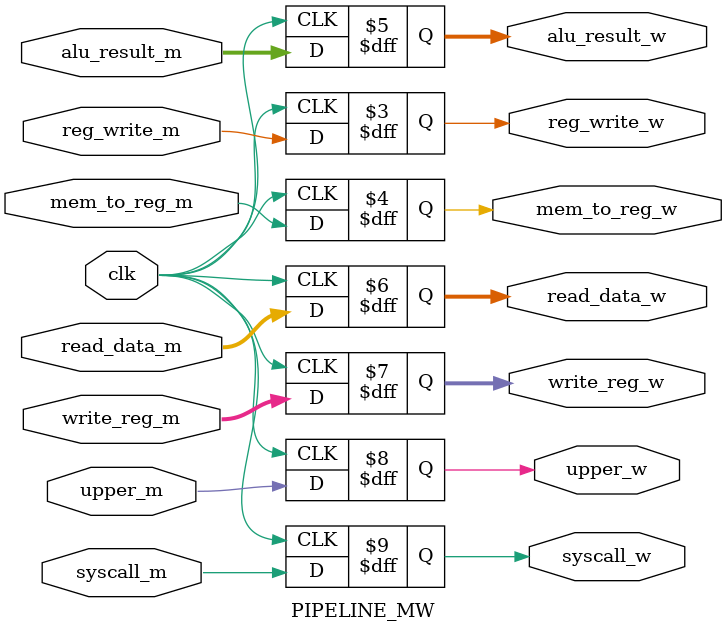
<source format=v>
/*
 * Pipeline register between Memory & Writeback
 */
module PIPELINE_MW (
    input reg_write_m,
    input mem_to_reg_m,
    input [31:0] alu_result_m,
    input [31:0] read_data_m,
    input [4:0] write_reg_m,
    input wire upper_m,
    input wire syscall_m,
    input clk,
    output reg reg_write_w,
    output reg mem_to_reg_w,
    output reg [31:0] alu_result_w,
    output reg [31:0] read_data_w,
    output reg [4:0] write_reg_w,
    output reg upper_w,
    output reg syscall_w);

  initial begin
    reg_write_w <= 0;
    mem_to_reg_w <= 0;
    alu_result_w <= 0;
    read_data_w <= 0;
    write_reg_w <= 0;
    upper_w <= 0;
    syscall_w <= 0;
  end

  always @(posedge clk) begin
    reg_write_w <= reg_write_m;
    mem_to_reg_w <= mem_to_reg_m;
    alu_result_w <= alu_result_m;
    read_data_w <= read_data_m;
    write_reg_w <= write_reg_m;
    upper_w <= upper_m;
    syscall_w <= syscall_m;
  end
endmodule

</source>
